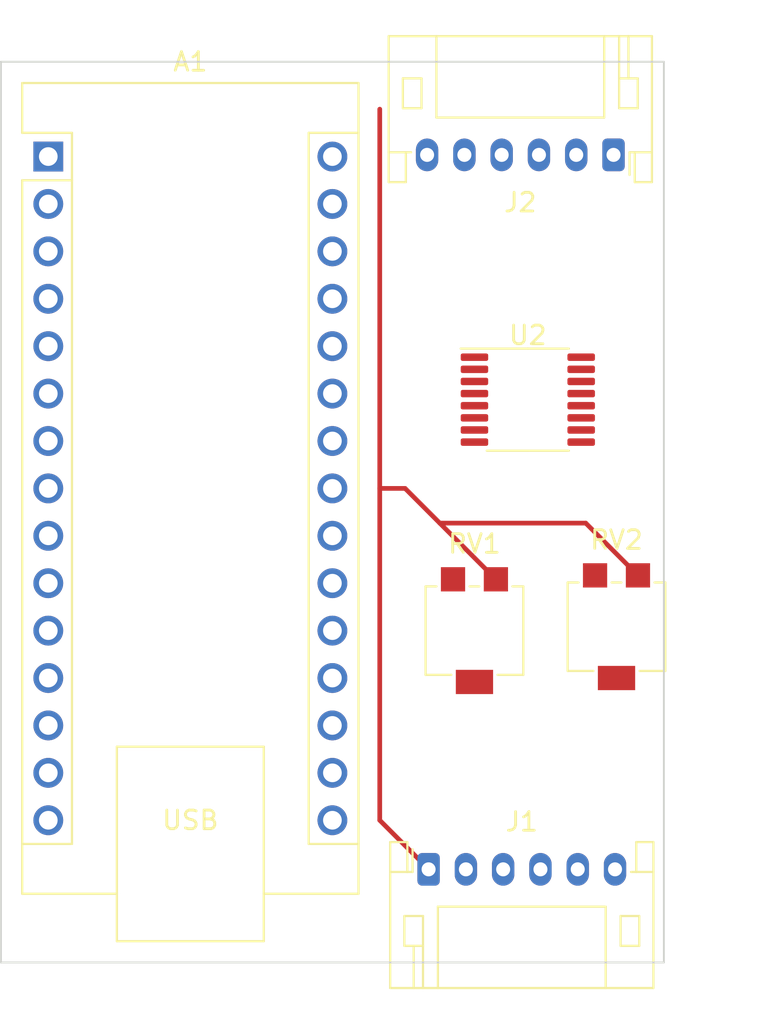
<source format=kicad_pcb>
(kicad_pcb (version 20221018) (generator pcbnew)
  (layers (0 "F.Cu" signal) (31 "B.Cu" signal) (34 "B.Paste" user) (35 "F.Paste" user) (36 "B.SilkS" user "B.Silkscreen") (37 "F.SilkS" user "F.Silkscreen") (38 "B.Mask" user) (39 "F.Mask" user) (44 "Edge.Cuts" user))
  (net 0 "")
  (net 24 "Net-(A1-A4)")
  (net 25 "Net-(A1-A5)")
  (net 30 "Net-(J1-Pin_2)")
  (net 31 "Net-(A1-VIN)")
  (net 32 "Net-(J1-Pin_3)")
  (net 33 "Net-(J1-Pin_4)")
  (net 34 "Net-(J1-Pin_5)")
  (net 35 "Net-(J1-Pin_6)")
  (net 36 "Net-(U2-S2A)")
  (net 37 "Net-(U2-S3A)")
  (net 38 "Net-(A1-D5)")
  (net 39 "Net-(A1-D6)")
  (net 40 "Net-(A1-D7)")
  (footprint "Module:Arduino_Nano" (layer "F.Cu") (at 142.24 63.5)
    (fp_text reference "A1" (at 7.62 -5.08) (layer "F.SilkS"))
    (fp_text value "Arduino_Nano_v3.x")
    (fp_text user "USB" (at 7.62 35.56 unlocked) (layer "F.SilkS"))
    (fp_line (start -1.4 -3.94) (end -1.4 -1.27) (stroke (width 0.12)) (layer "F.SilkS"))
    (fp_line (start -1.4 1.27) (end -1.4 39.5) (stroke (width 0.12)) (layer "F.SilkS"))
    (fp_line (start -1.4 39.5) (end 3.68 39.5) (stroke (width 0.12)) (layer "F.SilkS"))
    (fp_line (start 1.27 -1.27) (end -1.4 -1.27) (stroke (width 0.12)) (layer "F.SilkS"))
    (fp_line (start 1.27 1.27) (end -1.4 1.27) (stroke (width 0.12)) (layer "F.SilkS"))
    (fp_line (start 1.27 1.27) (end 1.27 -1.27) (stroke (width 0.12)) (layer "F.SilkS"))
    (fp_line (start 1.27 1.27) (end 1.27 36.83) (stroke (width 0.12)) (layer "F.SilkS"))
    (fp_line (start 1.27 36.83) (end -1.4 36.83) (stroke (width 0.12)) (layer "F.SilkS"))
    (fp_line (start 3.68 31.62) (end 11.56 31.62) (stroke (width 0.12)) (layer "F.SilkS"))
    (fp_line (start 3.68 42.04) (end 3.68 31.62) (stroke (width 0.12)) (layer "F.SilkS"))
    (fp_line (start 11.56 31.62) (end 11.56 42.04) (stroke (width 0.12)) (layer "F.SilkS"))
    (fp_line (start 11.56 42.04) (end 3.68 42.04) (stroke (width 0.12)) (layer "F.SilkS"))
    (fp_line (start 13.97 -1.27) (end 13.97 36.83) (stroke (width 0.12)) (layer "F.SilkS"))
    (fp_line (start 13.97 -1.27) (end 16.64 -1.27) (stroke (width 0.12)) (layer "F.SilkS"))
    (fp_line (start 13.97 36.83) (end 16.64 36.83) (stroke (width 0.12)) (layer "F.SilkS"))
    (fp_line (start 16.64 -3.94) (end -1.4 -3.94) (stroke (width 0.12)) (layer "F.SilkS"))
    (fp_line (start 16.64 39.5) (end 11.56 39.5) (stroke (width 0.12)) (layer "F.SilkS"))
    (fp_line (start 16.64 39.5) (end 16.64 -3.94) (stroke (width 0.12)) (layer "F.SilkS"))
    (pad "1" thru_hole rect (at 0 0) (size 1.6 1.6) (drill 1) (layers "*.Cu" "*.Mask"))
    (pad "2" thru_hole oval (at 0 2.54) (size 1.6 1.6) (drill 1) (layers "*.Cu" "*.Mask"))
    (pad "3" thru_hole oval (at 0 5.08) (size 1.6 1.6) (drill 1) (layers "*.Cu" "*.Mask"))
    (pad "4" thru_hole oval (at 0 7.62) (size 1.6 1.6) (drill 1) (layers "*.Cu" "*.Mask"))
    (pad "5" thru_hole oval (at 0 10.16) (size 1.6 1.6) (drill 1) (layers "*.Cu" "*.Mask"))
    (pad "6" thru_hole oval (at 0 12.7) (size 1.6 1.6) (drill 1) (layers "*.Cu" "*.Mask"))
    (pad "7" thru_hole oval (at 0 15.24) (size 1.6 1.6) (drill 1) (layers "*.Cu" "*.Mask"))
    (pad "8" thru_hole oval (at 0 17.78) (size 1.6 1.6) (drill 1) (layers "*.Cu" "*.Mask") (net 38 "Net-(A1-D5)"))
    (pad "9" thru_hole oval (at 0 20.32) (size 1.6 1.6) (drill 1) (layers "*.Cu" "*.Mask") (net 39 "Net-(A1-D6)"))
    (pad "10" thru_hole oval (at 0 22.86) (size 1.6 1.6) (drill 1) (layers "*.Cu" "*.Mask") (net 40 "Net-(A1-D7)"))
    (pad "11" thru_hole oval (at 0 25.4) (size 1.6 1.6) (drill 1) (layers "*.Cu" "*.Mask"))
    (pad "12" thru_hole oval (at 0 27.94) (size 1.6 1.6) (drill 1) (layers "*.Cu" "*.Mask"))
    (pad "13" thru_hole oval (at 0 30.48) (size 1.6 1.6) (drill 1) (layers "*.Cu" "*.Mask"))
    (pad "14" thru_hole oval (at 0 33.02) (size 1.6 1.6) (drill 1) (layers "*.Cu" "*.Mask"))
    (pad "15" thru_hole oval (at 0 35.56) (size 1.6 1.6) (drill 1) (layers "*.Cu" "*.Mask"))
    (pad "16" thru_hole oval (at 15.24 35.56) (size 1.6 1.6) (drill 1) (layers "*.Cu" "*.Mask"))
    (pad "17" thru_hole oval (at 15.24 33.02) (size 1.6 1.6) (drill 1) (layers "*.Cu" "*.Mask"))
    (pad "18" thru_hole oval (at 15.24 30.48) (size 1.6 1.6) (drill 1) (layers "*.Cu" "*.Mask"))
    (pad "19" thru_hole oval (at 15.24 27.94) (size 1.6 1.6) (drill 1) (layers "*.Cu" "*.Mask"))
    (pad "20" thru_hole oval (at 15.24 25.4) (size 1.6 1.6) (drill 1) (layers "*.Cu" "*.Mask"))
    (pad "21" thru_hole oval (at 15.24 22.86) (size 1.6 1.6) (drill 1) (layers "*.Cu" "*.Mask"))
    (pad "22" thru_hole oval (at 15.24 20.32) (size 1.6 1.6) (drill 1) (layers "*.Cu" "*.Mask"))
    (pad "23" thru_hole oval (at 15.24 17.78) (size 1.6 1.6) (drill 1) (layers "*.Cu" "*.Mask") (net 24 "Net-(A1-A4)"))
    (pad "24" thru_hole oval (at 15.24 15.24) (size 1.6 1.6) (drill 1) (layers "*.Cu" "*.Mask") (net 25 "Net-(A1-A5)"))
    (pad "25" thru_hole oval (at 15.24 12.7) (size 1.6 1.6) (drill 1) (layers "*.Cu" "*.Mask"))
    (pad "26" thru_hole oval (at 15.24 10.16) (size 1.6 1.6) (drill 1) (layers "*.Cu" "*.Mask"))
    (pad "27" thru_hole oval (at 15.24 7.62) (size 1.6 1.6) (drill 1) (layers "*.Cu" "*.Mask"))
    (pad "28" thru_hole oval (at 15.24 5.08) (size 1.6 1.6) (drill 1) (layers "*.Cu" "*.Mask"))
    (pad "29" thru_hole oval (at 15.24 2.54) (size 1.6 1.6) (drill 1) (layers "*.Cu" "*.Mask") (net 30 "Net-(J1-Pin_2)"))
    (pad "30" thru_hole oval (at 15.24 0) (size 1.6 1.6) (drill 1) (layers "*.Cu" "*.Mask") (net 31 "Net-(A1-VIN)"))
  )
  (footprint "Potentiometer_SMD:Potentiometer_Bourns_3314R-1_Vertical_Hole" (layer "F.Cu") (at 165.1 88.9)
    (fp_text reference "RV1" (at 0 -4.65) (layer "F.SilkS"))
    (fp_text value "R_Potentiometer_Trim")
    (fp_line (start -2.62 -2.37) (end -2.62 2.37) (stroke (width 0.12)) (layer "F.SilkS"))
    (fp_line (start -2.62 -2.37) (end -2.039 -2.37) (stroke (width 0.12)) (layer "F.SilkS"))
    (fp_line (start -2.62 2.37) (end -1.24 2.37) (stroke (width 0.12)) (layer "F.SilkS"))
    (fp_line (start -0.26 -2.37) (end 0.26 -2.37) (stroke (width 0.12)) (layer "F.SilkS"))
    (fp_line (start 1.24 2.37) (end 2.62 2.37) (stroke (width 0.12)) (layer "F.SilkS"))
    (fp_line (start 2.04 -2.37) (end 2.62 -2.37) (stroke (width 0.12)) (layer "F.SilkS"))
    (fp_line (start 2.62 -2.37) (end 2.62 2.37) (stroke (width 0.12)) (layer "F.SilkS"))
    (pad "" np_thru_hole circle (at 0 0) (size 3.2 3.2) (drill 3.2) (layers "*.Cu" "*.Mask"))
    (pad "1" smd rect (at 1.15 -2.75) (size 1.3 1.3) (layers "F.Cu" "F.Paste" "F.Mask") (net 31 "Net-(A1-VIN)"))
    (pad "2" smd rect (at 0 2.75) (size 2 1.3) (layers "F.Cu" "F.Paste" "F.Mask") (net 37 "Net-(U2-S3A)"))
    (pad "3" smd rect (at -1.15 -2.75) (size 1.3 1.3) (layers "F.Cu" "F.Paste" "F.Mask") (net 30 "Net-(J1-Pin_2)"))
  )
  (footprint "Connector_JST:JST_PH_S6B-PH-K_1x06_P2.00mm_Horizontal" (layer "F.Cu") (at 162.64 101.69)
    (fp_text reference "J1" (at 5 -2.55) (layer "F.SilkS"))
    (fp_text value "Conn_01x06_Socket")
    (fp_line (start -2.06 -1.46) (end -2.06 6.36) (stroke (width 0.12)) (layer "F.SilkS"))
    (fp_line (start -2.06 0.14) (end -1.14 0.14) (stroke (width 0.12)) (layer "F.SilkS"))
    (fp_line (start -2.06 6.36) (end 12.06 6.36) (stroke (width 0.12)) (layer "F.SilkS"))
    (fp_line (start -1.3 2.5) (end -1.3 4.1) (stroke (width 0.12)) (layer "F.SilkS"))
    (fp_line (start -1.3 4.1) (end -0.3 4.1) (stroke (width 0.12)) (layer "F.SilkS"))
    (fp_line (start -1.14 -1.46) (end -2.06 -1.46) (stroke (width 0.12)) (layer "F.SilkS"))
    (fp_line (start -1.14 0.14) (end -1.14 -1.46) (stroke (width 0.12)) (layer "F.SilkS"))
    (fp_line (start -0.86 0.14) (end -1.14 0.14) (stroke (width 0.12)) (layer "F.SilkS"))
    (fp_line (start -0.86 0.14) (end -0.86 -1.075) (stroke (width 0.12)) (layer "F.SilkS"))
    (fp_line (start -0.8 4.1) (end -0.8 6.36) (stroke (width 0.12)) (layer "F.SilkS"))
    (fp_line (start -0.3 2.5) (end -1.3 2.5) (stroke (width 0.12)) (layer "F.SilkS"))
    (fp_line (start -0.3 4.1) (end -0.3 2.5) (stroke (width 0.12)) (layer "F.SilkS"))
    (fp_line (start -0.3 4.1) (end -0.3 6.36) (stroke (width 0.12)) (layer "F.SilkS"))
    (fp_line (start 0.5 2) (end 9.5 2) (stroke (width 0.12)) (layer "F.SilkS"))
    (fp_line (start 0.5 6.36) (end 0.5 2) (stroke (width 0.12)) (layer "F.SilkS"))
    (fp_line (start 9.5 2) (end 9.5 6.36) (stroke (width 0.12)) (layer "F.SilkS"))
    (fp_line (start 10.3 2.5) (end 11.3 2.5) (stroke (width 0.12)) (layer "F.SilkS"))
    (fp_line (start 10.3 4.1) (end 10.3 2.5) (stroke (width 0.12)) (layer "F.SilkS"))
    (fp_line (start 11.14 -1.46) (end 11.14 0.14) (stroke (width 0.12)) (layer "F.SilkS"))
    (fp_line (start 11.14 0.14) (end 10.86 0.14) (stroke (width 0.12)) (layer "F.SilkS"))
    (fp_line (start 11.3 2.5) (end 11.3 4.1) (stroke (width 0.12)) (layer "F.SilkS"))
    (fp_line (start 11.3 4.1) (end 10.3 4.1) (stroke (width 0.12)) (layer "F.SilkS"))
    (fp_line (start 12.06 -1.46) (end 11.14 -1.46) (stroke (width 0.12)) (layer "F.SilkS"))
    (fp_line (start 12.06 0.14) (end 11.14 0.14) (stroke (width 0.12)) (layer "F.SilkS"))
    (fp_line (start 12.06 6.36) (end 12.06 -1.46) (stroke (width 0.12)) (layer "F.SilkS"))
    (pad "1" thru_hole roundrect (at 0 0) (size 1.2 1.75) (drill 0.75) (layers "*.Cu" "*.Mask") (roundrect_rratio 0.208333) (net 31 "Net-(A1-VIN)"))
    (pad "2" thru_hole oval (at 2 0) (size 1.2 1.75) (drill 0.75) (layers "*.Cu" "*.Mask") (net 30 "Net-(J1-Pin_2)"))
    (pad "3" thru_hole oval (at 4 0) (size 1.2 1.75) (drill 0.75) (layers "*.Cu" "*.Mask") (net 32 "Net-(J1-Pin_3)"))
    (pad "4" thru_hole oval (at 6 0) (size 1.2 1.75) (drill 0.75) (layers "*.Cu" "*.Mask") (net 33 "Net-(J1-Pin_4)"))
    (pad "5" thru_hole oval (at 8 0) (size 1.2 1.75) (drill 0.75) (layers "*.Cu" "*.Mask") (net 34 "Net-(J1-Pin_5)"))
    (pad "6" thru_hole oval (at 10 0) (size 1.2 1.75) (drill 0.75) (layers "*.Cu" "*.Mask") (net 35 "Net-(J1-Pin_6)"))
  )
  (footprint "Potentiometer_SMD:Potentiometer_Bourns_3314R-1_Vertical_Hole" (layer "F.Cu") (at 172.72 88.69)
    (fp_text reference "RV2" (at 0 -4.65) (layer "F.SilkS"))
    (fp_text value "R_Potentiometer_Trim")
    (fp_line (start -2.62 -2.37) (end -2.62 2.37) (stroke (width 0.12)) (layer "F.SilkS"))
    (fp_line (start -2.62 -2.37) (end -2.039 -2.37) (stroke (width 0.12)) (layer "F.SilkS"))
    (fp_line (start -2.62 2.37) (end -1.24 2.37) (stroke (width 0.12)) (layer "F.SilkS"))
    (fp_line (start -0.26 -2.37) (end 0.26 -2.37) (stroke (width 0.12)) (layer "F.SilkS"))
    (fp_line (start 1.24 2.37) (end 2.62 2.37) (stroke (width 0.12)) (layer "F.SilkS"))
    (fp_line (start 2.04 -2.37) (end 2.62 -2.37) (stroke (width 0.12)) (layer "F.SilkS"))
    (fp_line (start 2.62 -2.37) (end 2.62 2.37) (stroke (width 0.12)) (layer "F.SilkS"))
    (pad "" np_thru_hole circle (at 0 0) (size 3.2 3.2) (drill 3.2) (layers "*.Cu" "*.Mask"))
    (pad "1" smd rect (at 1.15 -2.75) (size 1.3 1.3) (layers "F.Cu" "F.Paste" "F.Mask") (net 31 "Net-(A1-VIN)"))
    (pad "2" smd rect (at 0 2.75) (size 2 1.3) (layers "F.Cu" "F.Paste" "F.Mask") (net 36 "Net-(U2-S2A)"))
    (pad "3" smd rect (at -1.15 -2.75) (size 1.3 1.3) (layers "F.Cu" "F.Paste" "F.Mask") (net 30 "Net-(J1-Pin_2)"))
  )
  (footprint "Package_SO:TSSOP-16_4.4x5mm_P0.65mm" (layer "F.Cu") (at 167.9625 76.525)
    (fp_text reference "U2" (at 0 -3.45) (layer "F.SilkS"))
    (fp_text value "ADG729")
    (fp_line (start 0 -2.735) (end -3.6 -2.735) (stroke (width 0.12)) (layer "F.SilkS"))
    (fp_line (start 0 -2.735) (end 2.2 -2.735) (stroke (width 0.12)) (layer "F.SilkS"))
    (fp_line (start 0 2.735) (end -2.2 2.735) (stroke (width 0.12)) (layer "F.SilkS"))
    (fp_line (start 0 2.735) (end 2.2 2.735) (stroke (width 0.12)) (layer "F.SilkS"))
    (pad "1" smd roundrect (at -2.8625 -2.275) (size 1.475 0.4) (layers "F.Cu" "F.Paste" "F.Mask") (net 24 "Net-(A1-A4)"))
    (pad "2" smd roundrect (at -2.8625 -1.625) (size 1.475 0.4) (layers "F.Cu" "F.Paste" "F.Mask"))
    (pad "3" smd roundrect (at -2.8625 -0.975) (size 1.475 0.4) (layers "F.Cu" "F.Paste" "F.Mask") (net 25 "Net-(A1-A5)"))
    (pad "4" smd roundrect (at -2.8625 -0.325) (size 1.475 0.4) (layers "F.Cu" "F.Paste" "F.Mask") (net 32 "Net-(J1-Pin_3)"))
    (pad "5" smd roundrect (at -2.8625 0.325) (size 1.475 0.4) (layers "F.Cu" "F.Paste" "F.Mask") (net 36 "Net-(U2-S2A)"))
    (pad "6" smd roundrect (at -2.8625 0.975) (size 1.475 0.4) (layers "F.Cu" "F.Paste" "F.Mask") (net 37 "Net-(U2-S3A)"))
    (pad "7" smd roundrect (at -2.8625 1.625) (size 1.475 0.4) (layers "F.Cu" "F.Paste" "F.Mask"))
    (pad "8" smd roundrect (at -2.8625 2.275) (size 1.475 0.4) (layers "F.Cu" "F.Paste" "F.Mask") (net 34 "Net-(J1-Pin_5)"))
    (pad "9" smd roundrect (at 2.8625 2.275) (size 1.475 0.4) (layers "F.Cu" "F.Paste" "F.Mask") (net 35 "Net-(J1-Pin_6)"))
    (pad "10" smd roundrect (at 2.8625 1.625) (size 1.475 0.4) (layers "F.Cu" "F.Paste" "F.Mask"))
    (pad "11" smd roundrect (at 2.8625 0.975) (size 1.475 0.4) (layers "F.Cu" "F.Paste" "F.Mask") (net 37 "Net-(U2-S3A)"))
    (pad "12" smd roundrect (at 2.8625 0.325) (size 1.475 0.4) (layers "F.Cu" "F.Paste" "F.Mask") (net 36 "Net-(U2-S2A)"))
    (pad "13" smd roundrect (at 2.8625 -0.325) (size 1.475 0.4) (layers "F.Cu" "F.Paste" "F.Mask") (net 33 "Net-(J1-Pin_4)"))
    (pad "14" smd roundrect (at 2.8625 -0.975) (size 1.475 0.4) (layers "F.Cu" "F.Paste" "F.Mask") (net 31 "Net-(A1-VIN)"))
    (pad "15" smd roundrect (at 2.8625 -1.625) (size 1.475 0.4) (layers "F.Cu" "F.Paste" "F.Mask") (net 30 "Net-(J1-Pin_2)"))
    (pad "16" smd roundrect (at 2.8625 -2.275) (size 1.475 0.4) (layers "F.Cu" "F.Paste" "F.Mask"))
  )
  (footprint "Connector_JST:JST_PH_S6B-PH-K_1x06_P2.00mm_Horizontal" (layer "F.Cu") (at 172.56 63.41 180)
    (fp_text reference "J2" (at 5 -2.55) (layer "F.SilkS"))
    (fp_text value "Conn_01x06_Socket")
    (fp_line (start -2.06 -1.46) (end -2.06 6.36) (stroke (width 0.12)) (layer "F.SilkS"))
    (fp_line (start -2.06 0.14) (end -1.14 0.14) (stroke (width 0.12)) (layer "F.SilkS"))
    (fp_line (start -2.06 6.36) (end 12.06 6.36) (stroke (width 0.12)) (layer "F.SilkS"))
    (fp_line (start -1.3 2.5) (end -1.3 4.1) (stroke (width 0.12)) (layer "F.SilkS"))
    (fp_line (start -1.3 4.1) (end -0.3 4.1) (stroke (width 0.12)) (layer "F.SilkS"))
    (fp_line (start -1.14 -1.46) (end -2.06 -1.46) (stroke (width 0.12)) (layer "F.SilkS"))
    (fp_line (start -1.14 0.14) (end -1.14 -1.46) (stroke (width 0.12)) (layer "F.SilkS"))
    (fp_line (start -0.86 0.14) (end -1.14 0.14) (stroke (width 0.12)) (layer "F.SilkS"))
    (fp_line (start -0.86 0.14) (end -0.86 -1.075) (stroke (width 0.12)) (layer "F.SilkS"))
    (fp_line (start -0.8 4.1) (end -0.8 6.36) (stroke (width 0.12)) (layer "F.SilkS"))
    (fp_line (start -0.3 2.5) (end -1.3 2.5) (stroke (width 0.12)) (layer "F.SilkS"))
    (fp_line (start -0.3 4.1) (end -0.3 2.5) (stroke (width 0.12)) (layer "F.SilkS"))
    (fp_line (start -0.3 4.1) (end -0.3 6.36) (stroke (width 0.12)) (layer "F.SilkS"))
    (fp_line (start 0.5 2) (end 9.5 2) (stroke (width 0.12)) (layer "F.SilkS"))
    (fp_line (start 0.5 6.36) (end 0.5 2) (stroke (width 0.12)) (layer "F.SilkS"))
    (fp_line (start 9.5 2) (end 9.5 6.36) (stroke (width 0.12)) (layer "F.SilkS"))
    (fp_line (start 10.3 2.5) (end 11.3 2.5) (stroke (width 0.12)) (layer "F.SilkS"))
    (fp_line (start 10.3 4.1) (end 10.3 2.5) (stroke (width 0.12)) (layer "F.SilkS"))
    (fp_line (start 11.14 -1.46) (end 11.14 0.14) (stroke (width 0.12)) (layer "F.SilkS"))
    (fp_line (start 11.14 0.14) (end 10.86 0.14) (stroke (width 0.12)) (layer "F.SilkS"))
    (fp_line (start 11.3 2.5) (end 11.3 4.1) (stroke (width 0.12)) (layer "F.SilkS"))
    (fp_line (start 11.3 4.1) (end 10.3 4.1) (stroke (width 0.12)) (layer "F.SilkS"))
    (fp_line (start 12.06 -1.46) (end 11.14 -1.46) (stroke (width 0.12)) (layer "F.SilkS"))
    (fp_line (start 12.06 0.14) (end 11.14 0.14) (stroke (width 0.12)) (layer "F.SilkS"))
    (fp_line (start 12.06 6.36) (end 12.06 -1.46) (stroke (width 0.12)) (layer "F.SilkS"))
    (pad "1" thru_hole roundrect (at 0 0 180) (size 1.2 1.75) (drill 0.75) (layers "*.Cu" "*.Mask") (roundrect_rratio 0.208333) (net 38 "Net-(A1-D5)"))
    (pad "2" thru_hole oval (at 2 0 180) (size 1.2 1.75) (drill 0.75) (layers "*.Cu" "*.Mask") (net 40 "Net-(A1-D7)"))
    (pad "3" thru_hole oval (at 4 0 180) (size 1.2 1.75) (drill 0.75) (layers "*.Cu" "*.Mask") (net 39 "Net-(A1-D6)"))
    (pad "4" thru_hole oval (at 6 0 180) (size 1.2 1.75) (drill 0.75) (layers "*.Cu" "*.Mask"))
    (pad "5" thru_hole oval (at 8 0 180) (size 1.2 1.75) (drill 0.75) (layers "*.Cu" "*.Mask"))
    (pad "6" thru_hole oval (at 10 0 180) (size 1.2 1.75) (drill 0.75) (layers "*.Cu" "*.Mask"))
  )
  (gr_line (start 139.7 106.68) (end 139.7 58.42) (stroke (width 0.1)) (layer "Edge.Cuts"))
  (gr_line (start 175.26 106.68) (end 139.7 106.68) (stroke (width 0.1)) (layer "Edge.Cuts"))
  (gr_line (start 175.26 58.42) (end 175.26 106.68) (stroke (width 0.1)) (layer "Edge.Cuts"))
  (gr_line (start 139.7 58.42) (end 175.26 58.42) (stroke (width 0.1)) (layer "Edge.Cuts"))
  (segment (start 163.24 83.14) (end 171.07 83.14) (width 0.25) (layer "F.Cu") (net 31))
  (segment (start 162.64 101.69) (end 162.64 101.68) (width 0.25) (layer "F.Cu") (net 31))
  (segment (start 160.02 99.06) (end 160.02 81.28) (width 0.25) (layer "F.Cu") (net 31))
  (segment (start 163.24 83.14) (end 161.38 81.28) (width 0.25) (layer "F.Cu") (net 31))
  (segment (start 161.38 81.28) (end 160.02 81.28) (width 0.25) (layer "F.Cu") (net 31))
  (segment (start 171.07 83.14) (end 173.87 85.94) (width 0.25) (layer "F.Cu") (net 31))
  (segment (start 162.64 101.68) (end 160.02 99.06) (width 0.25) (layer "F.Cu") (net 31))
  (segment (start 160.02 81.28) (end 160.02 60.96) (width 0.25) (layer "F.Cu") (net 31))
  (segment (start 166.25 86.15) (end 163.24 83.14) (width 0.25) (layer "F.Cu") (net 31))
)
</source>
